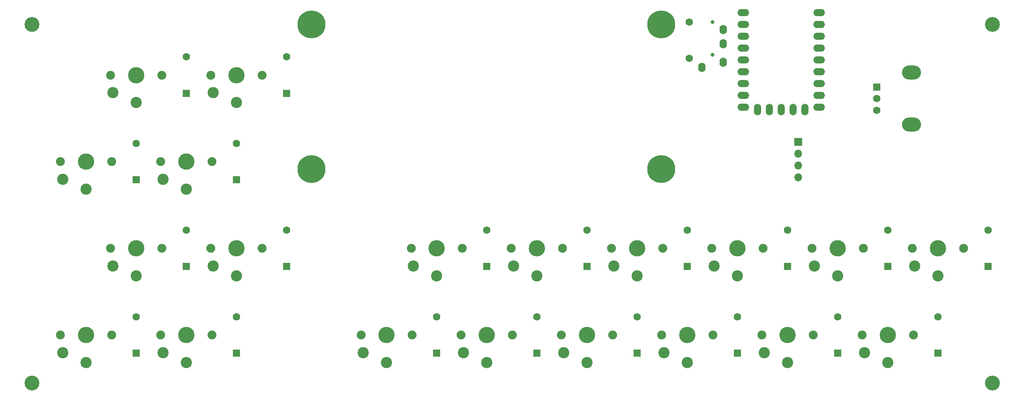
<source format=gbr>
%TF.GenerationSoftware,KiCad,Pcbnew,8.0.5*%
%TF.CreationDate,2024-11-29T19:22:44+02:00*%
%TF.ProjectId,harmi,6861726d-692e-46b6-9963-61645f706362,rev?*%
%TF.SameCoordinates,Original*%
%TF.FileFunction,Soldermask,Top*%
%TF.FilePolarity,Negative*%
%FSLAX46Y46*%
G04 Gerber Fmt 4.6, Leading zero omitted, Abs format (unit mm)*
G04 Created by KiCad (PCBNEW 8.0.5) date 2024-11-29 19:22:44*
%MOMM*%
%LPD*%
G01*
G04 APERTURE LIST*
G04 Aperture macros list*
%AMRoundRect*
0 Rectangle with rounded corners*
0 $1 Rounding radius*
0 $2 $3 $4 $5 $6 $7 $8 $9 X,Y pos of 4 corners*
0 Add a 4 corners polygon primitive as box body*
4,1,4,$2,$3,$4,$5,$6,$7,$8,$9,$2,$3,0*
0 Add four circle primitives for the rounded corners*
1,1,$1+$1,$2,$3*
1,1,$1+$1,$4,$5*
1,1,$1+$1,$6,$7*
1,1,$1+$1,$8,$9*
0 Add four rect primitives between the rounded corners*
20,1,$1+$1,$2,$3,$4,$5,0*
20,1,$1+$1,$4,$5,$6,$7,0*
20,1,$1+$1,$6,$7,$8,$9,0*
20,1,$1+$1,$8,$9,$2,$3,0*%
G04 Aperture macros list end*
%ADD10C,6.000000*%
%ADD11C,1.600000*%
%ADD12R,1.600000X1.600000*%
%ADD13C,3.200000*%
%ADD14RoundRect,0.250000X-0.550000X-0.550000X0.550000X-0.550000X0.550000X0.550000X-0.550000X0.550000X0*%
%ADD15O,4.100000X3.000000*%
%ADD16O,1.600000X2.000000*%
%ADD17C,0.800000*%
%ADD18O,2.500000X1.500000*%
%ADD19O,1.500000X2.500000*%
%ADD20C,2.400000*%
%ADD21C,1.900000*%
%ADD22C,3.500000*%
%ADD23O,1.700000X1.700000*%
%ADD24R,1.700000X1.700000*%
G04 APERTURE END LIST*
D10*
%TO.C,REF\u002A\u002A*%
X105000000Y-73000000D03*
X105000000Y-104000000D03*
X180000000Y-73000000D03*
X180000000Y-104000000D03*
%TD*%
D11*
%TO.C,R1*%
X186000000Y-72450000D03*
X186000000Y-80250000D03*
%TD*%
%TO.C,D20*%
X239350000Y-135800000D03*
D12*
X239350000Y-143600000D03*
%TD*%
D11*
%TO.C,D19*%
X217850000Y-135800000D03*
D12*
X217850000Y-143600000D03*
%TD*%
D11*
%TO.C,D18*%
X196350000Y-135800000D03*
D12*
X196350000Y-143600000D03*
%TD*%
D11*
%TO.C,D17*%
X174850000Y-135800000D03*
D12*
X174850000Y-143600000D03*
%TD*%
D11*
%TO.C,D16*%
X153350000Y-135800000D03*
D12*
X153350000Y-143600000D03*
%TD*%
D11*
%TO.C,D15*%
X131850000Y-135800000D03*
D12*
X131850000Y-143600000D03*
%TD*%
D11*
%TO.C,D14*%
X250100000Y-117180452D03*
D12*
X250100000Y-124980452D03*
%TD*%
%TO.C,D13*%
X228600000Y-124980452D03*
D11*
X228600000Y-117180452D03*
%TD*%
%TO.C,D12*%
X207100000Y-117180452D03*
D12*
X207100000Y-124980452D03*
%TD*%
D11*
%TO.C,D11*%
X185600000Y-117180452D03*
D12*
X185600000Y-124980452D03*
%TD*%
D11*
%TO.C,D10*%
X164100000Y-117180452D03*
D12*
X164100000Y-124980452D03*
%TD*%
D11*
%TO.C,D9*%
X142600000Y-117180452D03*
D12*
X142600000Y-124980452D03*
%TD*%
D11*
%TO.C,D8*%
X88850000Y-135800000D03*
D12*
X88850000Y-143600000D03*
%TD*%
D11*
%TO.C,D7*%
X67350000Y-135800000D03*
D12*
X67350000Y-143600000D03*
%TD*%
D11*
%TO.C,D6*%
X99600000Y-117180452D03*
D12*
X99600000Y-124980452D03*
%TD*%
D11*
%TO.C,D5*%
X78100000Y-117180452D03*
D12*
X78100000Y-124980452D03*
%TD*%
D11*
%TO.C,D4*%
X88850000Y-98560904D03*
D12*
X88850000Y-106360904D03*
%TD*%
D11*
%TO.C,D3*%
X67350000Y-98560904D03*
D12*
X67350000Y-106360904D03*
%TD*%
D11*
%TO.C,D2*%
X99600000Y-79941356D03*
D12*
X99600000Y-87741356D03*
%TD*%
D11*
%TO.C,D1*%
X78100000Y-79941356D03*
D12*
X78100000Y-87741356D03*
%TD*%
D13*
%TO.C,REF\u002A\u002A*%
X251000000Y-73000000D03*
%TD*%
%TO.C,REF\u002A\u002A*%
X251000000Y-150000000D03*
%TD*%
%TO.C,REF\u002A\u002A*%
X45000000Y-150000000D03*
%TD*%
%TO.C,REF\u002A\u002A*%
X45000000Y-73000000D03*
%TD*%
D14*
%TO.C,S21*%
X226180000Y-86400000D03*
D11*
X226180000Y-91400000D03*
X226180000Y-88900000D03*
D15*
X233680000Y-83300000D03*
X233680000Y-94500000D03*
%TD*%
D16*
%TO.C,J2*%
X188700000Y-82187500D03*
X193300000Y-81087500D03*
X193300000Y-74087500D03*
D17*
X191000000Y-79487500D03*
X191000000Y-72487500D03*
D16*
X193300000Y-77087500D03*
%TD*%
D18*
%TO.C,U1*%
X197620000Y-70460000D03*
X197620000Y-73000000D03*
X197620000Y-75540000D03*
X197620000Y-78080000D03*
X197620000Y-80620000D03*
X197620000Y-83160000D03*
X197620000Y-85700000D03*
X197620000Y-88240000D03*
X197620000Y-90780000D03*
D19*
X200660000Y-91280000D03*
X203200000Y-91280000D03*
X205740000Y-91280000D03*
X208280000Y-91280000D03*
X210820000Y-91280000D03*
D18*
X213860000Y-90780000D03*
X213860000Y-88240000D03*
X213860000Y-85700000D03*
X213860000Y-83160000D03*
X213860000Y-80620000D03*
X213860000Y-78080000D03*
X213860000Y-75540000D03*
X213860000Y-73000000D03*
X213860000Y-70460000D03*
%TD*%
D20*
%TO.C,S20*%
X228600000Y-145600000D03*
X223600000Y-143500000D03*
D21*
X234100000Y-139700000D03*
D22*
X228600000Y-139700000D03*
D21*
X223100000Y-139700000D03*
%TD*%
%TO.C,S19*%
X201600000Y-139700000D03*
D22*
X207100000Y-139700000D03*
D21*
X212600000Y-139700000D03*
D20*
X202100000Y-143500000D03*
X207100000Y-145600000D03*
%TD*%
D21*
%TO.C,S18*%
X180100000Y-139700000D03*
D22*
X185600000Y-139700000D03*
D21*
X191100000Y-139700000D03*
D20*
X180600000Y-143500000D03*
X185600000Y-145600000D03*
%TD*%
D21*
%TO.C,S17*%
X158600000Y-139700000D03*
D22*
X164100000Y-139700000D03*
D21*
X169600000Y-139700000D03*
D20*
X159100000Y-143500000D03*
X164100000Y-145600000D03*
%TD*%
D21*
%TO.C,S16*%
X137100000Y-139700000D03*
D22*
X142600000Y-139700000D03*
D21*
X148100000Y-139700000D03*
D20*
X137600000Y-143500000D03*
X142600000Y-145600000D03*
%TD*%
D21*
%TO.C,S15*%
X115600000Y-139700000D03*
D22*
X121100000Y-139700000D03*
D21*
X126600000Y-139700000D03*
D20*
X116100000Y-143500000D03*
X121100000Y-145600000D03*
%TD*%
D21*
%TO.C,S14*%
X233850000Y-121080452D03*
D22*
X239350000Y-121080452D03*
D21*
X244850000Y-121080452D03*
D20*
X234350000Y-124880452D03*
X239350000Y-126980452D03*
%TD*%
D21*
%TO.C,S13*%
X212350000Y-121080452D03*
D22*
X217850000Y-121080452D03*
D21*
X223350000Y-121080452D03*
D20*
X212850000Y-124880452D03*
X217850000Y-126980452D03*
%TD*%
D21*
%TO.C,S12*%
X190850000Y-121080452D03*
D22*
X196350000Y-121080452D03*
D21*
X201850000Y-121080452D03*
D20*
X191350000Y-124880452D03*
X196350000Y-126980452D03*
%TD*%
D21*
%TO.C,S11*%
X169350000Y-121080452D03*
D22*
X174850000Y-121080452D03*
D21*
X180350000Y-121080452D03*
D20*
X169850000Y-124880452D03*
X174850000Y-126980452D03*
%TD*%
D21*
%TO.C,S10*%
X147850000Y-121080452D03*
D22*
X153350000Y-121080452D03*
D21*
X158850000Y-121080452D03*
D20*
X148350000Y-124880452D03*
X153350000Y-126980452D03*
%TD*%
D21*
%TO.C,S9*%
X126350000Y-121080452D03*
D22*
X131850000Y-121080452D03*
D21*
X137350000Y-121080452D03*
D20*
X126850000Y-124880452D03*
X131850000Y-126980452D03*
%TD*%
D21*
%TO.C,S8*%
X72600000Y-139700000D03*
D22*
X78100000Y-139700000D03*
D21*
X83600000Y-139700000D03*
D20*
X73100000Y-143500000D03*
X78100000Y-145600000D03*
%TD*%
D21*
%TO.C,S7*%
X51100000Y-139700000D03*
D22*
X56600000Y-139700000D03*
D21*
X62100000Y-139700000D03*
D20*
X51600000Y-143500000D03*
X56600000Y-145600000D03*
%TD*%
D21*
%TO.C,S6*%
X83350000Y-121080452D03*
D22*
X88850000Y-121080452D03*
D21*
X94350000Y-121080452D03*
D20*
X83850000Y-124880452D03*
X88850000Y-126980452D03*
%TD*%
D21*
%TO.C,S5*%
X61850000Y-121080452D03*
D22*
X67350000Y-121080452D03*
D21*
X72850000Y-121080452D03*
D20*
X62350000Y-124880452D03*
X67350000Y-126980452D03*
%TD*%
D21*
%TO.C,S4*%
X72600000Y-102460904D03*
D22*
X78100000Y-102460904D03*
D21*
X83600000Y-102460904D03*
D20*
X73100000Y-106260904D03*
X78100000Y-108360904D03*
%TD*%
D21*
%TO.C,S3*%
X51100000Y-102460904D03*
D22*
X56600000Y-102460904D03*
D21*
X62100000Y-102460904D03*
D20*
X51600000Y-106260904D03*
X56600000Y-108360904D03*
%TD*%
D21*
%TO.C,S2*%
X83350000Y-83841356D03*
D22*
X88850000Y-83841356D03*
D21*
X94350000Y-83841356D03*
D20*
X83850000Y-87641356D03*
X88850000Y-89741356D03*
%TD*%
D21*
%TO.C,S1*%
X61850000Y-83841356D03*
D22*
X67350000Y-83841356D03*
D21*
X72850000Y-83841356D03*
D20*
X62350000Y-87641356D03*
X67350000Y-89741356D03*
%TD*%
D23*
%TO.C,J1*%
X209375000Y-105820000D03*
X209375000Y-103280000D03*
X209375000Y-100740000D03*
D24*
X209375000Y-98200000D03*
%TD*%
M02*

</source>
